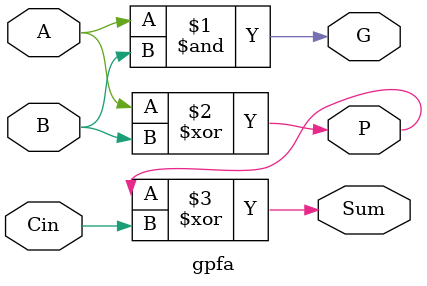
<source format=v>
`timescale 1ns / 1ps


module gpfa (
    input   A, B, Cin,  // 1-bit 입력 A, B와 이전 캐리 입력 Cin
    output  G, P, Sum   // Generate, Propagate, Sum 출력
);

    // G는 A와 B가 모두 1일 때 생성
    assign G = A & B;
    
    // P는 A와 B 중 하나만 1일 때 전파 조건을 만족
    assign P = A ^ B;
    
    // Sum은 P와 이전 캐리(Cin)의 XOR 연산과 같음
    assign Sum = P ^ Cin;

endmodule
</source>
